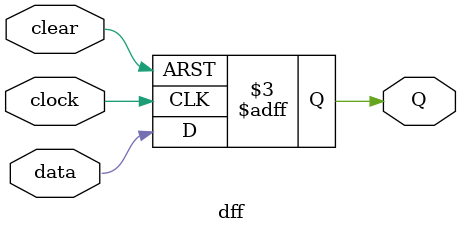
<source format=v>
`timescale 1ns/1ns

module dff(Q,clock, data, clear);

input clock,data,clear;
output reg Q;

always @(negedge clock or negedge clear)
  begin 
    if(clear==1'b0)
      Q<=1'b0;
    else
      Q<=data;
  end

endmodule
</source>
